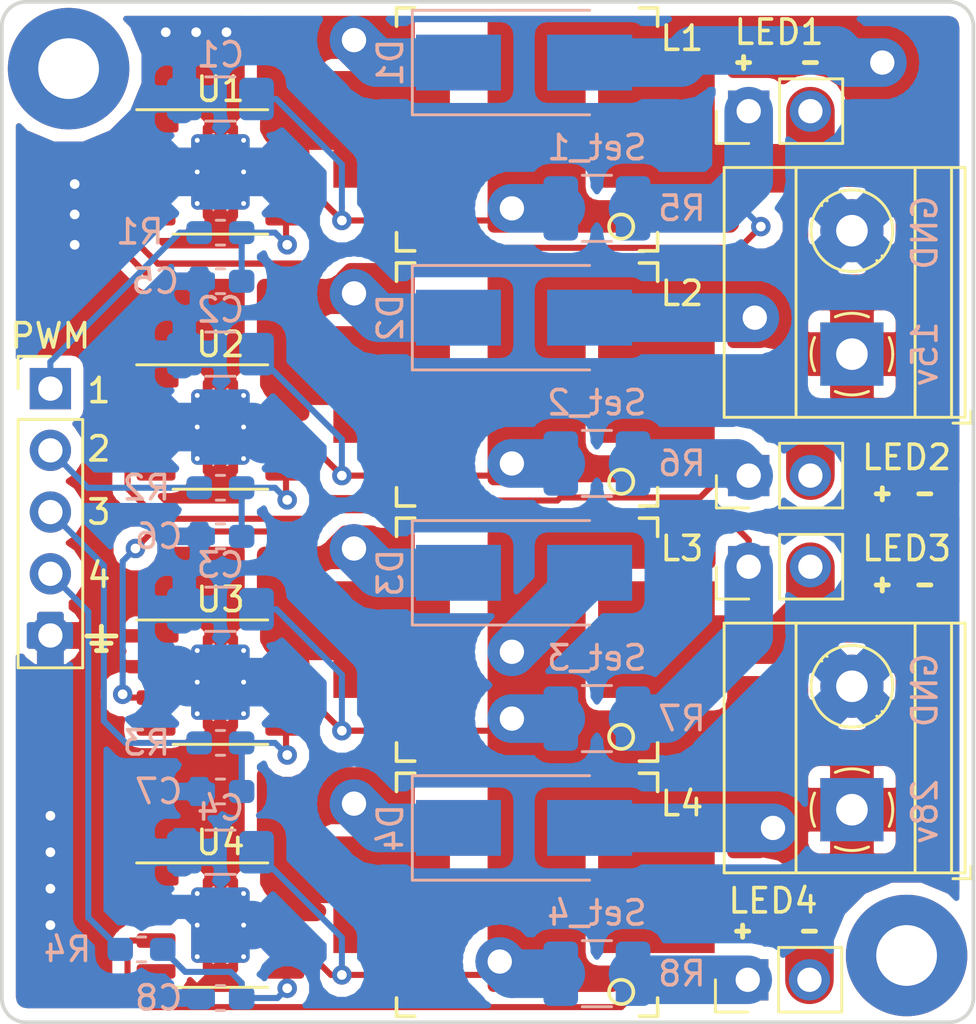
<source format=kicad_pcb>
(kicad_pcb (version 20171130) (host pcbnew "(5.0.2)-1")
  (layers (0 F.Cu signal) (31 B.Cu signal) (34 B.Paste user) (35 F.Paste user) (36 B.SilkS user) (37 F.SilkS user) (38 B.Mask user) (39 F.Mask user) (44 Edge.Cuts user))
  (net 0 "")
  (net 1 GND)
  (net 2 "Net-(C6-Pad1)")
  (net 3 "Net-(C7-Pad1)")
  (net 4 "Net-(C8-Pad1)")
  (net 5 /SW_0)
  (net 6 /SW_1)
  (net 7 /SW_2)
  (net 8 /SW_3)
  (net 9 /Led_0-)
  (net 10 /Set_0)
  (net 11 /Set_1)
  (net 12 /Led_1-)
  (net 13 /Set_2)
  (net 14 /Led_2-)
  (net 15 /Led_3-)
  (net 16 /Set_3)
  (net 17 /PWM_1)
  (net 18 /PWM_2)
  (net 19 /PWM_3)
  (net 20 /PWM_4)
  (net 21 "Net-(U2-Pad4)")
  (net 22 "Net-(U3-Pad4)")
  (net 23 "Net-(U4-Pad4)")
  (net 24 +15V)
  (net 25 +28V)
  (net 26 "Net-(C5-Pad1)")
  (net 27 "Net-(U1-Pad4)")
  (module my_lib:TerminalBlock-1x02_P5.08mm_Horizontal (layer F.Cu) (at 134.5 84.25 90)
    (fp_text reference J3 hide)
    (fp_text value Conn_01x02_Male)
    (pad 2 thru_hole circle (at 5.08 0 90) (size 2.6 2.6) (drill 1.3) (layers *.Cu *.Mask) (net 1 GND))
    (pad 1 thru_hole rect (at 0 0 90) (size 2.6 2.6) (drill 1.3) (layers *.Cu *.Mask) (net 25 +28V))
  )
  (module my_lib:TerminalBlock-1x02_P5.08mm_Horizontal (layer F.Cu) (at 134.5 65.5 90)
    (fp_text reference J2 hide)
    (fp_text value Conn_01x02_Male)
    (pad 2 thru_hole circle (at 5.08 0 90) (size 2.6 2.6) (drill 1.3) (layers *.Cu *.Mask) (net 1 GND))
    (pad 1 thru_hole rect (at 0 0 90) (size 2.6 2.6) (drill 1.3) (layers *.Cu *.Mask) (net 24 +15V))
  )
  (module Package_SO:HSOP-8-1EP_3.9x4.9mm_P1.27mm_EP2.41x3.1mm_ThermalVias (layer F.Cu) (at 108.5 79)
    (fp_text reference U3 (at 0 -3.4) (layer F.SilkS))
    (fp_text value AL8843)
    (pad 8 smd roundrect (at 2.65 -1.905) (size 1.6 0.6) (layers F.Cu F.Paste F.Mask) (net 7 /SW_2))
    (pad 7 smd roundrect (at 2.65 -0.635) (size 1.6 0.6) (layers F.Cu F.Paste F.Mask) (net 7 /SW_2))
    (pad 6 smd roundrect (at 2.65 0.635) (size 1.6 0.6) (layers F.Cu F.Paste F.Mask) (net 25 +28V))
    (pad 5 smd roundrect (at 2.65 1.905) (size 1.6 0.6) (layers F.Cu F.Paste F.Mask) (net 3 "Net-(C7-Pad1)"))
    (pad 4 smd roundrect (at -2.65 1.905) (size 1.6 0.6) (layers F.Cu F.Paste F.Mask) (net 22 "Net-(U3-Pad4)"))
    (pad 3 smd roundrect (at -2.65 0.635) (size 1.6 0.6) (layers F.Cu F.Paste F.Mask) (net 13 /Set_2))
    (pad 2 smd roundrect (at -2.65 -0.635) (size 1.6 0.6) (layers F.Cu F.Paste F.Mask) (net 1 GND))
    (pad 1 smd roundrect (at -2.65 -1.905) (size 1.6 0.6) (layers F.Cu F.Paste F.Mask) (net 1 GND))
    (pad 9 smd roundrect (at 0 0) (size 2.41 3.1) (layers B.Cu) (roundrect_rratio 0.103734) (net 1 GND))
    (pad 9 thru_hole circle (at 0.955 1.3) (size 0.5 0.5) (drill 0.2) (layers *.Cu) (net 1 GND))
    (pad 9 thru_hole circle (at -0.955 1.3) (size 0.5 0.5) (drill 0.2) (layers *.Cu) (net 1 GND))
    (pad 9 thru_hole circle (at 0.955 0) (size 0.5 0.5) (drill 0.2) (layers *.Cu) (net 1 GND))
    (pad 9 thru_hole circle (at -0.955 0) (size 0.5 0.5) (drill 0.2) (layers *.Cu) (net 1 GND))
    (pad 9 thru_hole circle (at 0.955 -1.3) (size 0.5 0.5) (drill 0.2) (layers *.Cu) (net 1 GND))
    (pad 9 thru_hole circle (at -0.955 -1.3) (size 0.5 0.5) (drill 0.2) (layers *.Cu) (net 1 GND))
    (pad 9 smd roundrect (at 0 0) (size 2.41 3.1) (layers F.Cu F.Mask) (roundrect_rratio 0.103734) (net 1 GND))
  )
  (module Package_SO:HSOP-8-1EP_3.9x4.9mm_P1.27mm_EP2.41x3.1mm_ThermalVias (layer F.Cu) (at 108.5 58)
    (fp_text reference U1 (at 0 -3.4) (layer F.SilkS))
    (fp_text value AL8843)
    (pad 8 smd roundrect (at 2.65 -1.905) (size 1.6 0.6) (layers F.Cu F.Paste F.Mask) (net 5 /SW_0))
    (pad 7 smd roundrect (at 2.65 -0.635) (size 1.6 0.6) (layers F.Cu F.Paste F.Mask) (net 5 /SW_0))
    (pad 6 smd roundrect (at 2.65 0.635) (size 1.6 0.6) (layers F.Cu F.Paste F.Mask) (net 24 +15V))
    (pad 5 smd roundrect (at 2.65 1.905) (size 1.6 0.6) (layers F.Cu F.Paste F.Mask) (net 26 "Net-(C5-Pad1)"))
    (pad 4 smd roundrect (at -2.65 1.905) (size 1.6 0.6) (layers F.Cu F.Paste F.Mask) (net 27 "Net-(U1-Pad4)"))
    (pad 3 smd roundrect (at -2.65 0.635) (size 1.6 0.6) (layers F.Cu F.Paste F.Mask) (net 10 /Set_0))
    (pad 2 smd roundrect (at -2.65 -0.635) (size 1.6 0.6) (layers F.Cu F.Paste F.Mask) (net 1 GND))
    (pad 1 smd roundrect (at -2.65 -1.905) (size 1.6 0.6) (layers F.Cu F.Paste F.Mask) (net 1 GND))
    (pad 9 smd roundrect (at 0 0) (size 2.41 3.1) (layers B.Cu) (roundrect_rratio 0.103734) (net 1 GND))
    (pad 9 thru_hole circle (at 0.955 1.3) (size 0.5 0.5) (drill 0.2) (layers *.Cu) (net 1 GND))
    (pad 9 thru_hole circle (at -0.955 1.3) (size 0.5 0.5) (drill 0.2) (layers *.Cu) (net 1 GND))
    (pad 9 thru_hole circle (at 0.955 0) (size 0.5 0.5) (drill 0.2) (layers *.Cu) (net 1 GND))
    (pad 9 thru_hole circle (at -0.955 0) (size 0.5 0.5) (drill 0.2) (layers *.Cu) (net 1 GND))
    (pad 9 thru_hole circle (at 0.955 -1.3) (size 0.5 0.5) (drill 0.2) (layers *.Cu) (net 1 GND))
    (pad 9 thru_hole circle (at -0.955 -1.3) (size 0.5 0.5) (drill 0.2) (layers *.Cu) (net 1 GND))
    (pad 9 smd roundrect (at 0 0) (size 2.41 3.1) (layers F.Cu F.Mask) (roundrect_rratio 0.103734) (net 1 GND))
  )
  (module Package_SO:HSOP-8-1EP_3.9x4.9mm_P1.27mm_EP2.41x3.1mm_ThermalVias (layer F.Cu) (at 108.5 68.5)
    (fp_text reference U2 (at 0 -3.4) (layer F.SilkS))
    (fp_text value AL8843)
    (pad 8 smd roundrect (at 2.65 -1.905) (size 1.6 0.6) (layers F.Cu F.Paste F.Mask) (net 6 /SW_1))
    (pad 7 smd roundrect (at 2.65 -0.635) (size 1.6 0.6) (layers F.Cu F.Paste F.Mask) (net 6 /SW_1))
    (pad 6 smd roundrect (at 2.65 0.635) (size 1.6 0.6) (layers F.Cu F.Paste F.Mask) (net 24 +15V))
    (pad 5 smd roundrect (at 2.65 1.905) (size 1.6 0.6) (layers F.Cu F.Paste F.Mask) (net 2 "Net-(C6-Pad1)"))
    (pad 4 smd roundrect (at -2.65 1.905) (size 1.6 0.6) (layers F.Cu F.Paste F.Mask) (net 21 "Net-(U2-Pad4)"))
    (pad 3 smd roundrect (at -2.65 0.635) (size 1.6 0.6) (layers F.Cu F.Paste F.Mask) (net 11 /Set_1))
    (pad 2 smd roundrect (at -2.65 -0.635) (size 1.6 0.6) (layers F.Cu F.Paste F.Mask) (net 1 GND))
    (pad 1 smd roundrect (at -2.65 -1.905) (size 1.6 0.6) (layers F.Cu F.Paste F.Mask) (net 1 GND))
    (pad 9 smd roundrect (at 0 0) (size 2.41 3.1) (layers B.Cu) (roundrect_rratio 0.103734) (net 1 GND))
    (pad 9 thru_hole circle (at 0.955 1.3) (size 0.5 0.5) (drill 0.2) (layers *.Cu) (net 1 GND))
    (pad 9 thru_hole circle (at -0.955 1.3) (size 0.5 0.5) (drill 0.2) (layers *.Cu) (net 1 GND))
    (pad 9 thru_hole circle (at 0.955 0) (size 0.5 0.5) (drill 0.2) (layers *.Cu) (net 1 GND))
    (pad 9 thru_hole circle (at -0.955 0) (size 0.5 0.5) (drill 0.2) (layers *.Cu) (net 1 GND))
    (pad 9 thru_hole circle (at 0.955 -1.3) (size 0.5 0.5) (drill 0.2) (layers *.Cu) (net 1 GND))
    (pad 9 thru_hole circle (at -0.955 -1.3) (size 0.5 0.5) (drill 0.2) (layers *.Cu) (net 1 GND))
    (pad 9 smd roundrect (at 0 0) (size 2.41 3.1) (layers F.Cu F.Mask) (roundrect_rratio 0.103734) (net 1 GND))
  )
  (module Package_SO:HSOP-8-1EP_3.9x4.9mm_P1.27mm_EP2.41x3.1mm_ThermalVias (layer F.Cu) (at 108.5 89)
    (fp_text reference U4 (at 0 -3.4) (layer F.SilkS))
    (fp_text value AL8843)
    (pad 8 smd roundrect (at 2.65 -1.905) (size 1.6 0.6) (layers F.Cu F.Paste F.Mask) (net 8 /SW_3))
    (pad 7 smd roundrect (at 2.65 -0.635) (size 1.6 0.6) (layers F.Cu F.Paste F.Mask) (net 8 /SW_3))
    (pad 6 smd roundrect (at 2.65 0.635) (size 1.6 0.6) (layers F.Cu F.Paste F.Mask) (net 25 +28V))
    (pad 5 smd roundrect (at 2.65 1.905) (size 1.6 0.6) (layers F.Cu F.Paste F.Mask) (net 4 "Net-(C8-Pad1)"))
    (pad 4 smd roundrect (at -2.65 1.905) (size 1.6 0.6) (layers F.Cu F.Paste F.Mask) (net 23 "Net-(U4-Pad4)"))
    (pad 3 smd roundrect (at -2.65 0.635) (size 1.6 0.6) (layers F.Cu F.Paste F.Mask) (net 16 /Set_3))
    (pad 2 smd roundrect (at -2.65 -0.635) (size 1.6 0.6) (layers F.Cu F.Paste F.Mask) (net 1 GND))
    (pad 1 smd roundrect (at -2.65 -1.905) (size 1.6 0.6) (layers F.Cu F.Paste F.Mask) (net 1 GND))
    (pad 9 smd roundrect (at 0 0) (size 2.41 3.1) (layers B.Cu) (roundrect_rratio 0.103734) (net 1 GND))
    (pad 9 thru_hole circle (at 0.955 1.3) (size 0.5 0.5) (drill 0.2) (layers *.Cu) (net 1 GND))
    (pad 9 thru_hole circle (at -0.955 1.3) (size 0.5 0.5) (drill 0.2) (layers *.Cu) (net 1 GND))
    (pad 9 thru_hole circle (at 0.955 0) (size 0.5 0.5) (drill 0.2) (layers *.Cu) (net 1 GND))
    (pad 9 thru_hole circle (at -0.955 0) (size 0.5 0.5) (drill 0.2) (layers *.Cu) (net 1 GND))
    (pad 9 thru_hole circle (at 0.955 -1.3) (size 0.5 0.5) (drill 0.2) (layers *.Cu) (net 1 GND))
    (pad 9 thru_hole circle (at -0.955 -1.3) (size 0.5 0.5) (drill 0.2) (layers *.Cu) (net 1 GND))
    (pad 9 smd roundrect (at 0 0) (size 2.41 3.1) (layers F.Cu F.Mask) (roundrect_rratio 0.103734) (net 1 GND))
  )
  (module MountingHole:MountingHole_2.5mm_Pad (layer F.Cu) (at 102.25 53.75)
    (fp_text reference REF** hide)
    (fp_text value MountingHole_2.5mm_Pad)
    (pad 1 thru_hole circle (at 0 0) (size 5 5) (drill 2.5) (layers *.Cu *.Mask))
  )
  (module Capacitor_SMD:C_1206_3216Metric_Pad1.42x1.75mm_HandSolder (layer B.Cu) (at 108.5 55 180)
    (fp_text reference C1 (at 0 1.82 180) (layer B.SilkS) (effects (justify mirror)))
    (fp_text value 10u)
    (pad 2 smd roundrect (at 1.4875 0 180) (size 1.425 1.75) (layers B.Cu B.Paste B.Mask) (roundrect_rratio 0.175439) (net 1 GND))
    (pad 1 smd roundrect (at -1.4875 0 180) (size 1.425 1.75) (layers B.Cu B.Paste B.Mask) (roundrect_rratio 0.175439) (net 24 +15V))
  )
  (module Capacitor_SMD:C_1206_3216Metric_Pad1.42x1.75mm_HandSolder (layer B.Cu) (at 108.5 65.5 180)
    (fp_text reference C2 (at 0 1.82 180) (layer B.SilkS) (effects (justify mirror)))
    (fp_text value 10u)
    (pad 1 smd roundrect (at -1.4875 0 180) (size 1.425 1.75) (layers B.Cu B.Paste B.Mask) (roundrect_rratio 0.175439) (net 24 +15V))
    (pad 2 smd roundrect (at 1.4875 0 180) (size 1.425 1.75) (layers B.Cu B.Paste B.Mask) (roundrect_rratio 0.175439) (net 1 GND))
  )
  (module Capacitor_SMD:C_1206_3216Metric_Pad1.42x1.75mm_HandSolder (layer B.Cu) (at 108.5 76 180)
    (fp_text reference C3 (at 0 1.82 180) (layer B.SilkS) (effects (justify mirror)))
    (fp_text value 10u)
    (pad 2 smd roundrect (at 1.4875 0 180) (size 1.425 1.75) (layers B.Cu B.Paste B.Mask) (roundrect_rratio 0.175439) (net 1 GND))
    (pad 1 smd roundrect (at -1.4875 0 180) (size 1.425 1.75) (layers B.Cu B.Paste B.Mask) (roundrect_rratio 0.175439) (net 25 +28V))
  )
  (module Capacitor_SMD:C_1206_3216Metric_Pad1.42x1.75mm_HandSolder (layer B.Cu) (at 108.5 86 180)
    (fp_text reference C4 (at 0 1.82 180) (layer B.SilkS) (effects (justify mirror)))
    (fp_text value 10u)
    (pad 1 smd roundrect (at -1.4875 0 180) (size 1.425 1.75) (layers B.Cu B.Paste B.Mask) (roundrect_rratio 0.175439) (net 25 +28V))
    (pad 2 smd roundrect (at 1.4875 0 180) (size 1.425 1.75) (layers B.Cu B.Paste B.Mask) (roundrect_rratio 0.175439) (net 1 GND))
  )
  (module Capacitor_SMD:C_0603_1608Metric_Pad1.05x0.95mm_HandSolder (layer B.Cu) (at 108.5 62.5 180)
    (fp_text reference C5 (at 2.685 0 180) (layer B.SilkS) (effects (justify mirror)))
    (fp_text value 0.33u)
    (pad 2 smd roundrect (at 0.875 0 180) (size 1.05 0.95) (layers B.Cu B.Paste B.Mask) (net 1 GND))
    (pad 1 smd roundrect (at -0.875 0 180) (size 1.05 0.95) (layers B.Cu B.Paste B.Mask) (net 26 "Net-(C5-Pad1)"))
  )
  (module Capacitor_SMD:C_0603_1608Metric_Pad1.05x0.95mm_HandSolder (layer B.Cu) (at 108.5 73 180)
    (fp_text reference C6 (at 2.54 0 180) (layer B.SilkS) (effects (justify mirror)))
    (fp_text value 0.33u)
    (pad 1 smd roundrect (at -0.875 0 180) (size 1.05 0.95) (layers B.Cu B.Paste B.Mask) (net 2 "Net-(C6-Pad1)"))
    (pad 2 smd roundrect (at 0.875 0 180) (size 1.05 0.95) (layers B.Cu B.Paste B.Mask) (net 1 GND))
  )
  (module Capacitor_SMD:C_0603_1608Metric_Pad1.05x0.95mm_HandSolder (layer B.Cu) (at 108.5 83.5 180)
    (fp_text reference C7 (at 2.54 0 180) (layer B.SilkS) (effects (justify mirror)))
    (fp_text value 0.33u)
    (pad 2 smd roundrect (at 0.875 0 180) (size 1.05 0.95) (layers B.Cu B.Paste B.Mask) (net 1 GND))
    (pad 1 smd roundrect (at -0.875 0 180) (size 1.05 0.95) (layers B.Cu B.Paste B.Mask) (net 3 "Net-(C7-Pad1)"))
  )
  (module Capacitor_SMD:C_0603_1608Metric_Pad1.05x0.95mm_HandSolder (layer B.Cu) (at 108.5 92 180)
    (fp_text reference C8 (at 2.54 0 180) (layer B.SilkS) (effects (justify mirror)))
    (fp_text value 0.33u)
    (pad 1 smd roundrect (at -0.875 0 180) (size 1.05 0.95) (layers B.Cu B.Paste B.Mask) (net 4 "Net-(C8-Pad1)"))
    (pad 2 smd roundrect (at 0.875 0 180) (size 1.05 0.95) (layers B.Cu B.Paste B.Mask) (net 1 GND))
  )
  (module Connector_PinHeader_2.54mm:PinHeader_1x02_P2.54mm_Vertical (layer F.Cu) (at 130.25 55.5 90)
    (fp_text reference J4 hide)
    (fp_text value Conn_01x02_Male)
    (pad 2 thru_hole oval (at 0 2.54 90) (size 1.7 1.7) (drill 1) (layers *.Cu *.Mask) (net 9 /Led_0-))
    (pad 1 thru_hole rect (at 0 0 90) (size 1.7 1.7) (drill 1) (layers *.Cu *.Mask) (net 10 /Set_0))
  )
  (module Connector_PinHeader_2.54mm:PinHeader_1x02_P2.54mm_Vertical (layer F.Cu) (at 130.25 70.5 90)
    (fp_text reference J5 hide)
    (fp_text value Conn_01x02_Male)
    (pad 1 thru_hole rect (at 0 0 90) (size 1.7 1.7) (drill 1) (layers *.Cu *.Mask) (net 11 /Set_1))
    (pad 2 thru_hole oval (at 0 2.54 90) (size 1.7 1.7) (drill 1) (layers *.Cu *.Mask) (net 12 /Led_1-))
  )
  (module Connector_PinHeader_2.54mm:PinHeader_1x02_P2.54mm_Vertical (layer F.Cu) (at 130.25 74.25 90)
    (fp_text reference J6 hide)
    (fp_text value Conn_01x02_Male)
    (pad 1 thru_hole rect (at 0 0 90) (size 1.7 1.7) (drill 1) (layers *.Cu *.Mask) (net 13 /Set_2))
    (pad 2 thru_hole oval (at 0 2.54 90) (size 1.7 1.7) (drill 1) (layers *.Cu *.Mask) (net 14 /Led_2-))
  )
  (module Connector_PinHeader_2.54mm:PinHeader_1x02_P2.54mm_Vertical (layer F.Cu) (at 130.21 91.25 90)
    (fp_text reference J7 hide)
    (fp_text value Conn_01x02_Male)
    (pad 2 thru_hole oval (at 0 2.54 90) (size 1.7 1.7) (drill 1) (layers *.Cu *.Mask) (net 15 /Led_3-))
    (pad 1 thru_hole rect (at 0 0 90) (size 1.7 1.7) (drill 1) (layers *.Cu *.Mask) (net 16 /Set_3))
  )
  (module Resistor_SMD:R_0603_1608Metric_Pad1.05x0.95mm_HandSolder (layer B.Cu) (at 108.5 60.5)
    (fp_text reference R1 (at -3.32 -0.032609) (layer B.SilkS) (effects (justify mirror)))
    (fp_text value 220)
    (pad 2 smd roundrect (at 0.875 0) (size 1.05 0.95) (layers B.Cu B.Paste B.Mask) (net 26 "Net-(C5-Pad1)"))
    (pad 1 smd roundrect (at -0.875 0) (size 1.05 0.95) (layers B.Cu B.Paste B.Mask) (net 17 /PWM_1))
  )
  (module Resistor_SMD:R_0603_1608Metric_Pad1.05x0.95mm_HandSolder (layer B.Cu) (at 108.5 71)
    (fp_text reference R2 (at -3.048 0) (layer B.SilkS) (effects (justify mirror)))
    (fp_text value 220)
    (pad 1 smd roundrect (at -0.875 0) (size 1.05 0.95) (layers B.Cu B.Paste B.Mask) (net 18 /PWM_2))
    (pad 2 smd roundrect (at 0.875 0) (size 1.05 0.95) (layers B.Cu B.Paste B.Mask) (net 2 "Net-(C6-Pad1)"))
  )
  (module Resistor_SMD:R_0603_1608Metric_Pad1.05x0.95mm_HandSolder (layer B.Cu) (at 108.5 81.5)
    (fp_text reference R3 (at -3.048 0) (layer B.SilkS) (effects (justify mirror)))
    (fp_text value 220)
    (pad 2 smd roundrect (at 0.875 0) (size 1.05 0.95) (layers B.Cu B.Paste B.Mask) (net 3 "Net-(C7-Pad1)"))
    (pad 1 smd roundrect (at -0.875 0) (size 1.05 0.95) (layers B.Cu B.Paste B.Mask) (net 19 /PWM_3))
  )
  (module Resistor_SMD:R_0603_1608Metric_Pad1.05x0.95mm_HandSolder (layer B.Cu) (at 105.25 90)
    (fp_text reference R4 (at -3.048 0) (layer B.SilkS) (effects (justify mirror)))
    (fp_text value 220)
    (pad 1 smd roundrect (at -0.875 0) (size 1.05 0.95) (layers B.Cu B.Paste B.Mask) (net 20 /PWM_4))
    (pad 2 smd roundrect (at 0.875 0) (size 1.05 0.95) (layers B.Cu B.Paste B.Mask) (net 4 "Net-(C8-Pad1)"))
  )
  (module Resistor_SMD:R_1210_3225Metric_Pad1.42x2.65mm_HandSolder (layer B.Cu) (at 124 59.5 180)
    (fp_text reference R5 (at -3.5 0 180) (layer B.SilkS) (effects (justify mirror)))
    (fp_text value 50m)
    (pad 2 smd roundrect (at 1.4875 0 180) (size 1.425 2.65) (layers B.Cu B.Paste B.Mask) (roundrect_rratio 0.175439) (net 24 +15V))
    (pad 1 smd roundrect (at -1.4875 0 180) (size 1.425 2.65) (layers B.Cu B.Paste B.Mask) (roundrect_rratio 0.175439) (net 10 /Set_0))
  )
  (module Resistor_SMD:R_1210_3225Metric_Pad1.42x2.65mm_HandSolder (layer B.Cu) (at 124 70 180)
    (fp_text reference R6 (at -3.5 0 180) (layer B.SilkS) (effects (justify mirror)))
    (fp_text value 50m)
    (pad 2 smd roundrect (at 1.4875 0 180) (size 1.425 2.65) (layers B.Cu B.Paste B.Mask) (roundrect_rratio 0.175439) (net 24 +15V))
    (pad 1 smd roundrect (at -1.4875 0 180) (size 1.425 2.65) (layers B.Cu B.Paste B.Mask) (roundrect_rratio 0.175439) (net 11 /Set_1))
  )
  (module Resistor_SMD:R_1210_3225Metric_Pad1.42x2.65mm_HandSolder (layer B.Cu) (at 124 80.5 180)
    (fp_text reference R7 (at -3.5 0 180) (layer B.SilkS) (effects (justify mirror)))
    (fp_text value 50m)
    (pad 1 smd roundrect (at -1.4875 0 180) (size 1.425 2.65) (layers B.Cu B.Paste B.Mask) (roundrect_rratio 0.175439) (net 13 /Set_2))
    (pad 2 smd roundrect (at 1.4875 0 180) (size 1.425 2.65) (layers B.Cu B.Paste B.Mask) (roundrect_rratio 0.175439) (net 25 +28V))
  )
  (module Resistor_SMD:R_1210_3225Metric_Pad1.42x2.65mm_HandSolder (layer B.Cu) (at 124 91 180)
    (fp_text reference R8 (at -3.5 0 180) (layer B.SilkS) (effects (justify mirror)))
    (fp_text value 50m)
    (pad 1 smd roundrect (at -1.4875 0 180) (size 1.425 2.65) (layers B.Cu B.Paste B.Mask) (roundrect_rratio 0.175439) (net 16 /Set_3))
    (pad 2 smd roundrect (at 1.4875 0 180) (size 1.425 2.65) (layers B.Cu B.Paste B.Mask) (roundrect_rratio 0.175439) (net 25 +28V))
  )
  (module Connector_PinHeader_2.54mm:PinHeader_1x05_P2.54mm_Vertical (layer F.Cu) (at 101.5 66.92)
    (fp_text reference J1 hide)
    (fp_text value Conn_01x05_Male)
    (pad 1 thru_hole rect (at 0 0) (size 1.7 1.7) (drill 1) (layers *.Cu *.Mask) (net 17 /PWM_1))
    (pad 2 thru_hole oval (at 0 2.54) (size 1.7 1.7) (drill 1) (layers *.Cu *.Mask) (net 18 /PWM_2))
    (pad 3 thru_hole oval (at 0 5.08) (size 1.7 1.7) (drill 1) (layers *.Cu *.Mask) (net 19 /PWM_3))
    (pad 4 thru_hole oval (at 0 7.62) (size 1.7 1.7) (drill 1) (layers *.Cu *.Mask) (net 20 /PWM_4))
    (pad 5 thru_hole oval (at 0 10.16) (size 1.7 1.7) (drill 1) (layers *.Cu *.Mask) (net 1 GND))
  )
  (module my_lib:Package_2-smd_10.7x10mm (layer F.Cu) (at 121 56.25)
    (fp_text reference L1 (at 6.5 -3.75) (layer F.SilkS))
    (fp_text value 82uH)
    (pad 1 smd rect (at -5.45 0) (size 4.8 4.8) (layers F.Cu F.Paste F.Mask) (net 5 /SW_0))
    (pad 2 smd rect (at 5.45 0) (size 4.8 4.8) (layers F.Cu F.Paste F.Mask) (net 9 /Led_0-))
  )
  (module my_lib:Package_2-smd_10.7x10mm (layer F.Cu) (at 121 66.75)
    (fp_text reference L2 (at 6.5 -3.75) (layer F.SilkS))
    (fp_text value 82uH)
    (pad 1 smd rect (at -5.45 0) (size 4.8 4.8) (layers F.Cu F.Paste F.Mask) (net 6 /SW_1))
    (pad 2 smd rect (at 5.45 0) (size 4.8 4.8) (layers F.Cu F.Paste F.Mask) (net 12 /Led_1-))
  )
  (module my_lib:Package_2-smd_10.7x10mm (layer F.Cu) (at 121 77.25)
    (fp_text reference L3 (at 6.5 -3.75) (layer F.SilkS))
    (fp_text value 82uH)
    (pad 2 smd rect (at 5.45 0) (size 4.8 4.8) (layers F.Cu F.Paste F.Mask) (net 14 /Led_2-))
    (pad 1 smd rect (at -5.45 0) (size 4.8 4.8) (layers F.Cu F.Paste F.Mask) (net 7 /SW_2))
  )
  (module my_lib:Package_2-smd_10.7x10mm (layer F.Cu) (at 121 87.75)
    (fp_text reference L4 (at 6.5 -3.75) (layer F.SilkS))
    (fp_text value 82uH)
    (pad 1 smd rect (at -5.45 0) (size 4.8 4.8) (layers F.Cu F.Paste F.Mask) (net 8 /SW_3))
    (pad 2 smd rect (at 5.45 0) (size 4.8 4.8) (layers F.Cu F.Paste F.Mask) (net 15 /Led_3-))
  )
  (module Diode_SMD:D_SMB_Handsoldering (layer B.Cu) (at 121 53.5)
    (fp_text reference D1 (at -5.5 0 90) (layer B.SilkS) (effects (justify mirror)))
    (fp_text value DIODE)
    (pad 2 smd rect (at 2.7 0) (size 3.5 2.3) (layers B.Cu B.Paste B.Mask) (net 24 +15V))
    (pad 1 smd rect (at -2.7 0) (size 3.5 2.3) (layers B.Cu B.Paste B.Mask) (net 5 /SW_0))
  )
  (module Diode_SMD:D_SMB_Handsoldering (layer B.Cu) (at 121 64)
    (fp_text reference D2 (at -5.5 0 90) (layer B.SilkS) (effects (justify mirror)))
    (fp_text value DIODE)
    (pad 1 smd rect (at -2.7 0) (size 3.5 2.3) (layers B.Cu B.Paste B.Mask) (net 6 /SW_1))
    (pad 2 smd rect (at 2.7 0) (size 3.5 2.3) (layers B.Cu B.Paste B.Mask) (net 24 +15V))
  )
  (module Diode_SMD:D_SMB_Handsoldering (layer B.Cu) (at 121 74.5)
    (fp_text reference D3 (at -5.5 0 90) (layer B.SilkS) (effects (justify mirror)))
    (fp_text value DIODE)
    (pad 2 smd rect (at 2.7 0) (size 3.5 2.3) (layers B.Cu B.Paste B.Mask) (net 25 +28V))
    (pad 1 smd rect (at -2.7 0) (size 3.5 2.3) (layers B.Cu B.Paste B.Mask) (net 7 /SW_2))
  )
  (module Diode_SMD:D_SMB_Handsoldering (layer B.Cu) (at 121 85)
    (fp_text reference D4 (at -5.5 0 90) (layer B.SilkS) (effects (justify mirror)))
    (fp_text value DIODE)
    (pad 1 smd rect (at -2.7 0) (size 3.5 2.3) (layers B.Cu B.Paste B.Mask) (net 8 /SW_3))
    (pad 2 smd rect (at 2.7 0) (size 3.5 2.3) (layers B.Cu B.Paste B.Mask) (net 25 +28V))
  )
  (module MountingHole:MountingHole_2.5mm_Pad (layer F.Cu) (at 136.75 90.25)
    (fp_text reference REF** hide)
    (fp_text value MountingHole_2.5mm_Pad)
    (pad 1 thru_hole circle (at 0 0) (size 5 5) (drill 2.5) (layers *.Cu *.Mask))
  )
  (gr_text 28v (at 137.5 84.33 90) (layer B.SilkS) (effects (font (size 1 1)) (justify mirror)))
  (gr_text GND (at 137.5 79.33 90) (layer B.SilkS) (effects (font (size 1 1)) (justify mirror)))
  (gr_text GND (at 137.5 60.5 90) (layer B.SilkS) (effects (font (size 1 1)) (justify mirror)))
  (gr_text 15v (at 137.5 65.5 90) (layer B.SilkS) (effects (font (size 1 1)) (justify mirror)))
  (gr_line (start 133.04 53.5) (end 132.540001 53.5) (layer F.SilkS) (width 0.2))
  (gr_line (start 130.04 53.25) (end 130.04 53.75) (layer F.SilkS) (width 0.2))
  (gr_line (start 129.79 53.5) (end 130.29 53.5) (layer F.SilkS) (width 0.2))
  (gr_line (start 133 89.25) (end 132.500001 89.25) (layer F.SilkS) (width 0.2))
  (gr_line (start 130 89) (end 130 89.5) (layer F.SilkS) (width 0.2))
  (gr_line (start 129.75 89.25) (end 130.25 89.25) (layer F.SilkS) (width 0.2))
  (gr_line (start 137.749999 75) (end 137.25 75) (layer F.SilkS) (width 0.2))
  (gr_line (start 135.75 74.75) (end 135.75 75.25) (layer F.SilkS) (width 0.2))
  (gr_line (start 135.5 75) (end 136 75) (layer F.SilkS) (width 0.2))
  (gr_line (start 137.749999 71.25) (end 137.25 71.25) (layer F.SilkS) (width 0.2))
  (gr_line (start 135.75 71) (end 135.75 71.5) (layer F.SilkS) (width 0.2))
  (gr_line (start 135.5 71.25) (end 136 71.25) (layer F.SilkS) (width 0.2))
  (gr_arc (start 100.5 92) (end 99.5 92) (angle -90) (layer Edge.Cuts) (width 0.15))
  (gr_arc (start 100.5 52) (end 100.5 51) (angle -90) (layer Edge.Cuts) (width 0.15))
  (gr_arc (start 138.5 52) (end 139.5 52) (angle -90) (layer Edge.Cuts) (width 0.15))
  (gr_arc (start 138.5 92) (end 138.5 93) (angle -90) (layer Edge.Cuts) (width 0.15))
  (gr_text Set_4 (at 124 88.5) (layer B.SilkS) (effects (font (size 1 1)) (justify mirror)))
  (gr_text Set_3 (at 124 78) (layer B.SilkS) (effects (font (size 1 1)) (justify mirror)))
  (gr_text Set_2 (at 124 67.5) (layer B.SilkS) (effects (font (size 1 1)) (justify mirror)))
  (gr_text Set_1 (at 124 57) (layer B.SilkS) (effects (font (size 1 1)) (justify mirror)))
  (gr_line (start 103 77.1) (end 104.2 77.1) (layer F.SilkS) (width 0.2))
  (gr_line (start 103.2 77.4) (end 104 77.4) (layer F.SilkS) (width 0.2))
  (gr_line (start 103.4 77.7) (end 103.8 77.7) (layer F.SilkS) (width 0.2))
  (gr_line (start 103.6 76.7) (end 103.6 77.7) (layer F.SilkS) (width 0.2))
  (gr_text 4 (at 103.5 74.6) (layer F.SilkS) (effects (font (size 1 1))))
  (gr_text 3 (at 103.5 72) (layer F.SilkS) (effects (font (size 1 1))))
  (gr_text 2 (at 103.5 69.4) (layer F.SilkS) (effects (font (size 1 1))))
  (gr_text 1 (at 103.5 67) (layer F.SilkS) (effects (font (size 1 1))))
  (gr_text PWM (at 101.5 64.75) (layer F.SilkS) (effects (font (size 1 1))))
  (gr_text LED3 (at 136.75 73.5) (layer F.SilkS) (effects (font (size 1 1))))
  (gr_text LED4 (at 131.25 88) (layer F.SilkS) (effects (font (size 1 1))))
  (gr_text LED2 (at 136.75 69.75) (layer F.SilkS) (effects (font (size 1 1))))
  (gr_text LED1 (at 131.5 52.25) (layer F.SilkS) (effects (font (size 1 1))))
  (gr_line (start 100.5 51) (end 138.5 51) (layer Edge.Cuts) (width 0.15))
  (gr_line (start 99.5 92) (end 99.5 52) (layer Edge.Cuts) (width 0.15))
  (gr_line (start 138.5 93) (end 100.5 93) (layer Edge.Cuts) (width 0.15))
  (gr_line (start 139.5 52) (end 139.5 92) (layer Edge.Cuts) (width 0.15))
  (via (at 101.5 84.5) (size 0.8) (drill 0.4) (layers F.Cu B.Cu) (net 1))
  (via (at 101.5 86) (size 0.8) (drill 0.4) (layers F.Cu B.Cu) (net 1))
  (via (at 101.5 87.5) (size 0.8) (drill 0.4) (layers F.Cu B.Cu) (net 1))
  (via (at 101.5 89) (size 0.8) (drill 0.4) (layers F.Cu B.Cu) (net 1))
  (via (at 108.75 52.25) (size 0.8) (drill 0.4) (layers F.Cu B.Cu) (net 1))
  (via (at 107.5 52.25) (size 0.8) (drill 0.4) (layers F.Cu B.Cu) (net 1))
  (via (at 106.25 52.25) (size 0.8) (drill 0.4) (layers F.Cu B.Cu) (net 1))
  (via (at 102.5 58.5) (size 0.8) (drill 0.4) (layers F.Cu B.Cu) (net 1))
  (via (at 102.5 59.75) (size 0.8) (drill 0.4) (layers F.Cu B.Cu) (net 1))
  (via (at 102.5 61) (size 0.8) (drill 0.4) (layers F.Cu B.Cu) (net 1))
  (segment (start 107.545 58) (end 105.5 58) (width 2) (layer B.Cu) (net 1))
  (segment (start 108.5 58) (end 110.25 58) (width 2) (layer B.Cu) (net 1))
  (segment (start 108.5 68.5) (end 105.25 68.5) (width 2) (layer B.Cu) (net 1))
  (segment (start 109.805 68.5) (end 110.305 69) (width 2) (layer B.Cu) (net 1))
  (segment (start 108.5 68.5) (end 109.805 68.5) (width 2) (layer B.Cu) (net 1))
  (segment (start 108.5 79) (end 111 79) (width 2) (layer B.Cu) (net 1))
  (segment (start 106.695 78.5) (end 106.569556 78.5) (width 2) (layer B.Cu) (net 1))
  (segment (start 108.5 79) (end 107.195 79) (width 2) (layer B.Cu) (net 1))
  (segment (start 107.195 79) (end 106.695 78.5) (width 2) (layer B.Cu) (net 1))
  (segment (start 108.5 89) (end 109.805 89) (width 2) (layer B.Cu) (net 1))
  (segment (start 108.5 89) (end 108 89) (width 1) (layer B.Cu) (net 1))
  (segment (start 108 89) (end 107.25 88.25) (width 1) (layer B.Cu) (net 1))
  (segment (start 107.25 88.25) (end 106.5 88.25) (width 1) (layer B.Cu) (net 1))
  (via (at 111.25 71.5) (size 0.8) (drill 0.4) (layers F.Cu B.Cu) (net 2))
  (segment (start 111.2 70.405) (end 111.2 71.45) (width 0.25) (layer F.Cu) (net 2))
  (segment (start 111.2 71.45) (end 111.25 71.5) (width 0.25) (layer F.Cu) (net 2))
  (segment (start 109.375 73) (end 109.375 71) (width 0.25) (layer B.Cu) (net 2))
  (segment (start 110.75 71) (end 111.25 71.5) (width 0.25) (layer B.Cu) (net 2))
  (segment (start 109.375 71) (end 110.75 71) (width 0.25) (layer B.Cu) (net 2))
  (via (at 111.25 82) (size 0.8) (drill 0.4) (layers F.Cu B.Cu) (net 3))
  (segment (start 111.2 80.905) (end 111.2 81.95) (width 0.25) (layer F.Cu) (net 3))
  (segment (start 111.2 81.95) (end 111.25 82) (width 0.25) (layer F.Cu) (net 3))
  (segment (start 109.375 83.5) (end 109.375 81.5) (width 0.25) (layer B.Cu) (net 3))
  (segment (start 110.75 81.5) (end 111.25 82) (width 0.25) (layer B.Cu) (net 3))
  (segment (start 109.375 81.5) (end 110.75 81.5) (width 0.25) (layer B.Cu) (net 3))
  (via (at 111.25 91.600001) (size 0.8) (drill 0.4) (layers F.Cu B.Cu) (net 4))
  (segment (start 111.2 90.905) (end 111.2 91.550001) (width 0.25) (layer F.Cu) (net 4))
  (segment (start 111.2 91.550001) (end 111.25 91.600001) (width 0.25) (layer F.Cu) (net 4))
  (segment (start 110.850001 92) (end 111.25 91.600001) (width 0.25) (layer B.Cu) (net 4))
  (segment (start 109.375 92) (end 110.850001 92) (width 0.25) (layer B.Cu) (net 4))
  (segment (start 107.05001 90.92501) (end 108.92501 90.92501) (width 0.25) (layer B.Cu) (net 4))
  (segment (start 106.125 90) (end 107.05001 90.92501) (width 0.25) (layer B.Cu) (net 4))
  (segment (start 109.375 91.375) (end 109.375 92) (width 0.25) (layer B.Cu) (net 4))
  (segment (start 108.92501 90.92501) (end 109.375 91.375) (width 0.25) (layer B.Cu) (net 4))
  (via (at 114 52.575) (size 2) (drill 1) (layers F.Cu B.Cu) (net 5))
  (segment (start 115.55 56.25) (end 115.55 54.125) (width 2) (layer F.Cu) (net 5))
  (segment (start 115.55 54.125) (end 114 52.575) (width 2) (layer F.Cu) (net 5))
  (segment (start 114.925 53.5) (end 114 52.575) (width 2) (layer B.Cu) (net 5))
  (segment (start 118.3 53.5) (end 114.925 53.5) (width 2) (layer B.Cu) (net 5))
  (segment (start 115.395 56.095) (end 115.55 56.25) (width 2) (layer F.Cu) (net 5))
  (segment (start 111.15 56.095) (end 115.395 56.095) (width 2) (layer F.Cu) (net 5))
  (via (at 114 63) (size 2) (drill 1) (layers F.Cu B.Cu) (net 6))
  (segment (start 115.55 66.75) (end 115.55 64.55) (width 2) (layer F.Cu) (net 6))
  (segment (start 115.55 64.55) (end 114 63) (width 2) (layer F.Cu) (net 6))
  (segment (start 115 64) (end 114 63) (width 2) (layer B.Cu) (net 6))
  (segment (start 118.3 64) (end 115 64) (width 2) (layer B.Cu) (net 6))
  (segment (start 115.395 66.595) (end 115.55 66.75) (width 2) (layer F.Cu) (net 6))
  (segment (start 111.15 66.595) (end 115.395 66.595) (width 2) (layer F.Cu) (net 6))
  (via (at 114 73.5) (size 2) (drill 1) (layers F.Cu B.Cu) (net 7))
  (segment (start 115.55 77.25) (end 115.55 75.05) (width 2) (layer F.Cu) (net 7))
  (segment (start 115.55 75.05) (end 114 73.5) (width 2) (layer F.Cu) (net 7))
  (segment (start 115 74.5) (end 114 73.5) (width 2) (layer B.Cu) (net 7))
  (segment (start 118.3 74.5) (end 115 74.5) (width 2) (layer B.Cu) (net 7))
  (segment (start 115.395 77.095) (end 115.55 77.25) (width 2) (layer F.Cu) (net 7))
  (segment (start 111.15 77.095) (end 115.395 77.095) (width 2) (layer F.Cu) (net 7))
  (via (at 114 84) (size 2) (drill 1) (layers F.Cu B.Cu) (net 8))
  (segment (start 115.55 87.75) (end 115.55 85.55) (width 2) (layer F.Cu) (net 8))
  (segment (start 115.55 85.55) (end 114 84) (width 2) (layer F.Cu) (net 8))
  (segment (start 115 85) (end 114 84) (width 2) (layer B.Cu) (net 8))
  (segment (start 118.3 85) (end 115 85) (width 2) (layer B.Cu) (net 8))
  (segment (start 114.895 87.095) (end 115.55 87.75) (width 2) (layer F.Cu) (net 8))
  (segment (start 111.15 87.095) (end 114.895 87.095) (width 2) (layer F.Cu) (net 8))
  (segment (start 132.79 57.360002) (end 132.79 55.5) (width 2) (layer F.Cu) (net 9))
  (segment (start 132.300001 57.850001) (end 132.79 57.360002) (width 2) (layer F.Cu) (net 9))
  (segment (start 128.050001 57.850001) (end 132.300001 57.850001) (width 2) (layer F.Cu) (net 9))
  (segment (start 126.45 56.25) (end 128.050001 57.850001) (width 2) (layer F.Cu) (net 9))
  (segment (start 130.25 58.35) (end 129.1 59.5) (width 2) (layer B.Cu) (net 10))
  (segment (start 130.25 55.5) (end 130.25 58.35) (width 2) (layer B.Cu) (net 10))
  (segment (start 129.1 59.5) (end 125.4875 59.5) (width 2) (layer B.Cu) (net 10))
  (segment (start 104.95 58.635) (end 104.25 59.335) (width 0.25) (layer F.Cu) (net 10))
  (segment (start 105.85 58.635) (end 104.95 58.635) (width 0.25) (layer F.Cu) (net 10))
  (segment (start 104.25 59.335) (end 104.25 61) (width 0.25) (layer F.Cu) (net 10))
  (segment (start 105.8 58.635) (end 104.8 58.635) (width 0.25) (layer F.Cu) (net 10))
  (segment (start 104.8 58.635) (end 104.674999 58.760001) (width 0.25) (layer F.Cu) (net 10))
  (segment (start 104.674999 58.760001) (end 104.674999 60.530001) (width 0.25) (layer F.Cu) (net 10))
  (segment (start 104.674999 60.530001) (end 105.919999 61.775001) (width 0.25) (layer F.Cu) (net 10))
  (segment (start 105.919999 61.775001) (end 112 61.775001) (width 0.25) (layer F.Cu) (net 10))
  (segment (start 104.25 61) (end 105.5 62.25) (width 0.25) (layer F.Cu) (net 10))
  (segment (start 129.874999 61.125001) (end 130.75 60.25) (width 0.25) (layer F.Cu) (net 10))
  (segment (start 113.469997 61.125001) (end 129.874999 61.125001) (width 0.25) (layer F.Cu) (net 10))
  (segment (start 112.819997 61.775001) (end 113.469997 61.125001) (width 0.25) (layer F.Cu) (net 10))
  (segment (start 105.919999 61.775001) (end 112.819997 61.775001) (width 0.25) (layer F.Cu) (net 10))
  (segment (start 130.75 60.25) (end 130 59.5) (width 0.25) (layer B.Cu) (net 10))
  (segment (start 130 59.5) (end 129.1 59.5) (width 0.25) (layer B.Cu) (net 10))
  (via (at 130.75 60.25) (size 0.8) (drill 0.4) (layers F.Cu B.Cu) (net 10))
  (segment (start 129.75 70) (end 130.25 70.5) (width 2) (layer B.Cu) (net 11))
  (segment (start 125.4875 70) (end 129.75 70) (width 2) (layer B.Cu) (net 11))
  (segment (start 129.15 70.5) (end 130.25 70.5) (width 0.25) (layer F.Cu) (net 11))
  (segment (start 122.5 71.4) (end 128.25 71.4) (width 0.25) (layer F.Cu) (net 11))
  (segment (start 122.374999 71.525001) (end 122.5 71.4) (width 0.25) (layer F.Cu) (net 11))
  (segment (start 119.3 71.525001) (end 122.374999 71.525001) (width 0.25) (layer F.Cu) (net 11))
  (segment (start 119.2 71.425001) (end 119.3 71.525001) (width 0.25) (layer F.Cu) (net 11))
  (segment (start 113.05 71.425001) (end 119.2 71.425001) (width 0.25) (layer F.Cu) (net 11))
  (segment (start 105.8 69.135) (end 104.8 69.135) (width 0.25) (layer F.Cu) (net 11))
  (segment (start 104.8 69.135) (end 104.674999 69.260001) (width 0.25) (layer F.Cu) (net 11))
  (segment (start 128.25 71.4) (end 129.15 70.5) (width 0.25) (layer F.Cu) (net 11))
  (segment (start 104.674999 69.260001) (end 104.674999 71.030001) (width 0.25) (layer F.Cu) (net 11))
  (segment (start 104.674999 71.030001) (end 105.919999 72.275001) (width 0.25) (layer F.Cu) (net 11))
  (segment (start 105.919999 72.275001) (end 112.2 72.275001) (width 0.25) (layer F.Cu) (net 11))
  (segment (start 112.2 72.275001) (end 113.05 71.425001) (width 0.25) (layer F.Cu) (net 11))
  (segment (start 132.79 68.639998) (end 132.79 70.5) (width 2) (layer F.Cu) (net 12))
  (segment (start 130.900002 66.75) (end 132.79 68.639998) (width 2) (layer F.Cu) (net 12))
  (segment (start 126.45 66.75) (end 130.900002 66.75) (width 2) (layer F.Cu) (net 12))
  (segment (start 130.25 74.25) (end 130.25 77.1) (width 2) (layer B.Cu) (net 13))
  (segment (start 126.85 80.5) (end 125.4875 80.5) (width 2) (layer B.Cu) (net 13))
  (segment (start 130.25 77.1) (end 128.75 78.6) (width 2) (layer B.Cu) (net 13))
  (segment (start 128.75 78.6) (end 126.85 80.5) (width 2) (layer B.Cu) (net 13))
  (segment (start 119.025011 72.025011) (end 118.925011 71.925011) (width 0.25) (layer F.Cu) (net 13))
  (segment (start 119.6 72.025011) (end 119.025011 72.025011) (width 0.25) (layer F.Cu) (net 13))
  (segment (start 119.6 72.025011) (end 115.174989 72.025011) (width 0.25) (layer F.Cu) (net 13))
  (segment (start 113.25711 71.925011) (end 112.382121 72.8) (width 0.25) (layer F.Cu) (net 13))
  (segment (start 118.925011 71.925011) (end 113.25711 71.925011) (width 0.25) (layer F.Cu) (net 13))
  (segment (start 112.382121 72.8) (end 110.4 72.8) (width 0.25) (layer F.Cu) (net 13))
  (via (at 105 73.5) (size 0.8) (drill 0.4) (layers F.Cu B.Cu) (net 13))
  (segment (start 110.4 72.8) (end 105.7 72.8) (width 0.25) (layer F.Cu) (net 13))
  (segment (start 105.7 72.8) (end 105 73.5) (width 0.25) (layer F.Cu) (net 13))
  (via (at 104.475 79.5) (size 0.8) (drill 0.4) (layers F.Cu B.Cu) (net 13))
  (segment (start 105 73.5) (end 104.475 74.025) (width 0.25) (layer B.Cu) (net 13))
  (segment (start 104.475 74.025) (end 104.475 79.5) (width 0.25) (layer B.Cu) (net 13))
  (segment (start 104.61 79.635) (end 104.475 79.5) (width 0.25) (layer F.Cu) (net 13))
  (segment (start 105.85 79.635) (end 104.61 79.635) (width 0.25) (layer F.Cu) (net 13))
  (segment (start 130.25 73.15) (end 130.25 74.25) (width 0.25) (layer F.Cu) (net 13))
  (segment (start 129.125011 72.025011) (end 130.25 73.15) (width 0.25) (layer F.Cu) (net 13))
  (segment (start 119.6 72.025011) (end 129.125011 72.025011) (width 0.25) (layer F.Cu) (net 13))
  (segment (start 132.79 76.110002) (end 132.79 74.25) (width 2) (layer F.Cu) (net 14))
  (segment (start 131.650002 77.25) (end 132.79 76.110002) (width 2) (layer F.Cu) (net 14))
  (segment (start 126.45 77.25) (end 131.650002 77.25) (width 2) (layer F.Cu) (net 14))
  (segment (start 132.75 90.047919) (end 132.75 91.25) (width 2) (layer F.Cu) (net 15))
  (segment (start 132.75 89.65) (end 132.75 90.047919) (width 2) (layer F.Cu) (net 15))
  (segment (start 130.85 87.75) (end 132.75 89.65) (width 2) (layer F.Cu) (net 15))
  (segment (start 126.45 87.75) (end 130.85 87.75) (width 2) (layer F.Cu) (net 15))
  (segment (start 125.7375 91.25) (end 130.21 91.25) (width 2) (layer B.Cu) (net 16))
  (segment (start 125.4875 91) (end 125.7375 91.25) (width 2) (layer B.Cu) (net 16))
  (segment (start 126.125001 91.25) (end 130.21 91.25) (width 0.25) (layer F.Cu) (net 16))
  (segment (start 104.8 89.635) (end 104.674999 89.760001) (width 0.25) (layer F.Cu) (net 16))
  (segment (start 105.8 89.635) (end 104.8 89.635) (width 0.25) (layer F.Cu) (net 16))
  (segment (start 104.674999 89.760001) (end 104.674999 91.530001) (width 0.25) (layer F.Cu) (net 16))
  (segment (start 104.674999 91.530001) (end 105.519999 92.375001) (width 0.25) (layer F.Cu) (net 16))
  (segment (start 105.519999 92.375001) (end 125 92.375001) (width 0.25) (layer F.Cu) (net 16))
  (segment (start 125 92.375001) (end 126.125001 91.25) (width 0.25) (layer F.Cu) (net 16))
  (segment (start 106.82 60.5) (end 107.625 60.5) (width 0.25) (layer B.Cu) (net 17))
  (segment (start 101.5 65.82) (end 106.82 60.5) (width 0.25) (layer B.Cu) (net 17))
  (segment (start 101.5 66.92) (end 101.5 65.82) (width 0.25) (layer B.Cu) (net 17))
  (segment (start 103.04 71) (end 101.5 69.46) (width 0.25) (layer B.Cu) (net 18))
  (segment (start 107.625 71) (end 103.04 71) (width 0.25) (layer B.Cu) (net 18))
  (segment (start 103.7 74.2) (end 101.5 72) (width 0.25) (layer B.Cu) (net 19))
  (segment (start 104.6 81.5) (end 103.7 80.6) (width 0.25) (layer B.Cu) (net 19))
  (segment (start 107.625 81.5) (end 104.6 81.5) (width 0.25) (layer B.Cu) (net 19))
  (segment (start 103.7 74.2) (end 103.7 80.6) (width 0.25) (layer B.Cu) (net 19))
  (segment (start 103.06 88.685) (end 104.375 90) (width 0.25) (layer B.Cu) (net 20))
  (segment (start 103.06 76.1) (end 103.06 88.685) (width 0.25) (layer B.Cu) (net 20))
  (segment (start 103.06 76.1) (end 101.5 74.54) (width 0.25) (layer B.Cu) (net 20))
  (via (at 120.5 70) (size 2) (drill 1) (layers F.Cu B.Cu) (net 24))
  (segment (start 122.5125 70) (end 120.5 70) (width 2) (layer B.Cu) (net 24))
  (via (at 120.5 59.5) (size 2) (drill 1) (layers F.Cu B.Cu) (net 24))
  (segment (start 122.5125 59.5) (end 120.5 59.5) (width 2) (layer B.Cu) (net 24))
  (via (at 135.75 53.5) (size 2) (drill 1) (layers F.Cu B.Cu) (net 24))
  (segment (start 123.7 64) (end 130.5 64) (width 2) (layer B.Cu) (net 24))
  (via (at 130.5 64) (size 2) (drill 1) (layers F.Cu B.Cu) (net 24))
  (segment (start 120 60) (end 120.5 59.5) (width 0.25) (layer F.Cu) (net 24))
  (segment (start 113.5 60) (end 120 60) (width 0.25) (layer F.Cu) (net 24))
  (segment (start 120 70.5) (end 120.5 70) (width 0.25) (layer F.Cu) (net 24))
  (segment (start 113.5 70.5) (end 120 70.5) (width 0.25) (layer F.Cu) (net 24))
  (via (at 113.5 60) (size 0.8) (drill 0.4) (layers F.Cu B.Cu) (net 24))
  (via (at 113.5 70.5) (size 0.8) (drill 0.4) (layers F.Cu B.Cu) (net 24))
  (segment (start 109.9875 65.5) (end 113.5 69.0125) (width 0.25) (layer B.Cu) (net 24))
  (segment (start 113.5 69.0125) (end 113.5 70.5) (width 0.25) (layer B.Cu) (net 24))
  (segment (start 134.335787 53.5) (end 135.75 53.5) (width 2) (layer B.Cu) (net 24))
  (segment (start 123.7 53.5) (end 127.45 53.5) (width 2) (layer B.Cu) (net 24))
  (segment (start 133.835787 53) (end 134.335787 53.5) (width 2) (layer B.Cu) (net 24))
  (segment (start 127.95 53) (end 133.835787 53) (width 2) (layer B.Cu) (net 24))
  (segment (start 127.45 53.5) (end 127.95 53) (width 2) (layer B.Cu) (net 24))
  (segment (start 112.135 58.635) (end 113.5 60) (width 0.25) (layer F.Cu) (net 24))
  (segment (start 111.15 58.635) (end 112.135 58.635) (width 0.25) (layer F.Cu) (net 24))
  (segment (start 113.5 59.434315) (end 113.5 60) (width 0.25) (layer B.Cu) (net 24))
  (segment (start 113.5 57.7) (end 113.5 59.434315) (width 0.25) (layer B.Cu) (net 24))
  (segment (start 110.8 55) (end 113.5 57.7) (width 0.25) (layer B.Cu) (net 24))
  (segment (start 109.9875 55) (end 110.8 55) (width 0.25) (layer B.Cu) (net 24))
  (segment (start 112.135 69.135) (end 113.5 70.5) (width 0.25) (layer F.Cu) (net 24))
  (segment (start 111.15 69.135) (end 112.135 69.135) (width 0.25) (layer F.Cu) (net 24))
  (via (at 120.5 80.5) (size 2) (drill 1) (layers F.Cu B.Cu) (net 25))
  (segment (start 122.5125 80.5) (end 120.5 80.5) (width 2) (layer B.Cu) (net 25))
  (segment (start 113.5 81) (end 119 81) (width 0.25) (layer F.Cu) (net 25))
  (segment (start 120 81) (end 120.5 80.5) (width 0.25) (layer F.Cu) (net 25))
  (segment (start 113.5 81) (end 120 81) (width 0.25) (layer F.Cu) (net 25))
  (via (at 113.5 81) (size 0.8) (drill 0.4) (layers F.Cu B.Cu) (net 25))
  (segment (start 113.5 78.7) (end 113.5 81) (width 0.25) (layer B.Cu) (net 25))
  (segment (start 110.8 76) (end 113.5 78.7) (width 0.25) (layer B.Cu) (net 25))
  (segment (start 109.9875 76) (end 110.8 76) (width 0.25) (layer B.Cu) (net 25))
  (via (at 113.5 91.050002) (size 0.8) (drill 0.4) (layers F.Cu B.Cu) (net 25))
  (segment (start 109.9875 86) (end 113.5 89.5125) (width 0.25) (layer B.Cu) (net 25))
  (segment (start 113.5 89.5125) (end 113.5 91.050002) (width 0.25) (layer B.Cu) (net 25))
  (via (at 120.5 77.75) (size 2) (drill 1) (layers F.Cu B.Cu) (net 25))
  (segment (start 123.7 74.5) (end 123.7 74.55) (width 2) (layer B.Cu) (net 25))
  (segment (start 123.7 74.55) (end 120.5 77.75) (width 2) (layer B.Cu) (net 25))
  (via (at 120 90.5) (size 2) (drill 1) (layers F.Cu B.Cu) (net 25))
  (segment (start 122.5125 91) (end 120.5 91) (width 2) (layer B.Cu) (net 25))
  (segment (start 120.5 91) (end 120 90.5) (width 2) (layer B.Cu) (net 25))
  (segment (start 119.449998 91.050002) (end 120 90.5) (width 0.25) (layer F.Cu) (net 25))
  (segment (start 113.5 91.050002) (end 119.449998 91.050002) (width 0.25) (layer F.Cu) (net 25))
  (segment (start 112.135 79.635) (end 113.5 81) (width 0.25) (layer F.Cu) (net 25))
  (segment (start 111.15 79.635) (end 112.135 79.635) (width 0.25) (layer F.Cu) (net 25))
  (segment (start 113.049612 91.050002) (end 112.4 90.40039) (width 0.25) (layer F.Cu) (net 25))
  (segment (start 113.5 91.050002) (end 113.049612 91.050002) (width 0.25) (layer F.Cu) (net 25))
  (segment (start 112.4 90.40039) (end 112.4 89.9) (width 0.25) (layer F.Cu) (net 25))
  (segment (start 112.135 89.635) (end 111.15 89.635) (width 0.25) (layer F.Cu) (net 25))
  (segment (start 112.4 89.9) (end 112.135 89.635) (width 0.25) (layer F.Cu) (net 25))
  (segment (start 123.7 85) (end 131.25 85) (width 2) (layer B.Cu) (net 25))
  (via (at 131.25 85) (size 2) (drill 1) (layers F.Cu B.Cu) (net 25))
  (segment (start 109.375 62.5) (end 109.375 60.5) (width 0.25) (layer B.Cu) (net 26))
  (segment (start 109.375 60.5) (end 110.75 60.5) (width 0.25) (layer B.Cu) (net 26))
  (segment (start 110.75 60.5) (end 111.25 61) (width 0.25) (layer B.Cu) (net 26))
  (segment (start 111.2 60.95) (end 111.25 61) (width 0.25) (layer F.Cu) (net 26))
  (via (at 111.25 61) (size 0.8) (drill 0.4) (layers F.Cu B.Cu) (net 26))
  (segment (start 111.2 59.905) (end 111.2 60.95) (width 0.25) (layer F.Cu) (net 26))
  (zone (net 1) (net_name GND) (layer B.Cu) (connect_pads (clearance 0.5)) (min_thickness 0.25) (fill yes (arc_segments 16) (thermal_gap 0.5) (thermal_bridge_width 2))
    (polygon (pts (xy 139.5 93) (xy 139.5 51) (xy 99.5 51) (xy 99.5 93)))
  )
  (zone (net 6) (net_name /SW_1) (layer F.Cu) (connect_pads (clearance 0.5)) (min_thickness 0.65) (fill yes (arc_segments 16) (thermal_gap 0.5) (thermal_bridge_width 2))
    (polygon (pts (xy 112.5 68.25) (xy 112.5 70) (xy 116.5 70) (xy 116.5 61.5) (xy 110 61.5) (xy 110 68.25)))
  )
  (zone (net 8) (net_name /SW_3) (layer F.Cu) (connect_pads (clearance 0.5)) (min_thickness 0.65) (fill yes (arc_segments 16) (thermal_gap 0.5) (thermal_bridge_width 2))
    (polygon (pts (xy 112.5 89) (xy 112.5 91) (xy 116.5 91) (xy 116.5 82.5) (xy 110 82.5) (xy 110 89)))
  )
  (zone (net 1) (net_name GND) (layer F.Cu) (connect_pads (clearance 0.5)) (min_thickness 0.65) (fill yes (arc_segments 16) (thermal_gap 0.5) (thermal_bridge_width 1.425))
    (polygon (pts (xy 106 70.75) (xy 106 67.75) (xy 101 67.75) (xy 101 70.75)))
  )
  (zone (net 24) (net_name +15V) (layer F.Cu) (connect_pads (clearance 0.5)) (min_thickness 0.5) (fill yes (arc_segments 16) (thermal_gap 0.5) (thermal_bridge_width 2))
    (polygon (pts (xy 139.5 51) (xy 119.5 51) (xy 119.5 71) (xy 139.5 71)))
  )
  (zone (net 25) (net_name +28V) (layer F.Cu) (connect_pads (clearance 0.5)) (min_thickness 0.5) (fill yes (arc_segments 16) (thermal_gap 0.5) (thermal_bridge_width 2))
    (polygon (pts (xy 139.5 72) (xy 119.5 72) (xy 119.5 93) (xy 139.5 93)))
  )
  (zone (net 1) (net_name GND) (layer F.Cu) (connect_pads (clearance 0.5)) (min_thickness 0.25) (fill yes (arc_segments 16) (thermal_gap 0.5) (thermal_bridge_width 2))
    (polygon (pts (xy 99.5 51) (xy 109.5 51) (xy 109.5 93) (xy 99.5 93)))
  )
  (zone (net 5) (net_name /SW_0) (layer F.Cu) (connect_pads (clearance 0.5)) (min_thickness 0.65) (fill yes (arc_segments 16) (thermal_gap 0.5) (thermal_bridge_width 2))
    (polygon (pts (xy 112.5 57.75) (xy 112.5 59.5) (xy 116.5 59.5) (xy 116.5 51) (xy 110 51) (xy 110 57.75)))
  )
  (zone (net 7) (net_name /SW_2) (layer F.Cu) (connect_pads (clearance 0.5)) (min_thickness 0.65) (fill yes (arc_segments 16) (thermal_gap 0.5) (thermal_bridge_width 2))
    (polygon (pts (xy 112.5 78.75) (xy 112.5 80.5) (xy 116.5 80.5) (xy 116.5 72) (xy 110 72) (xy 110 78.75)))
  )
)
</source>
